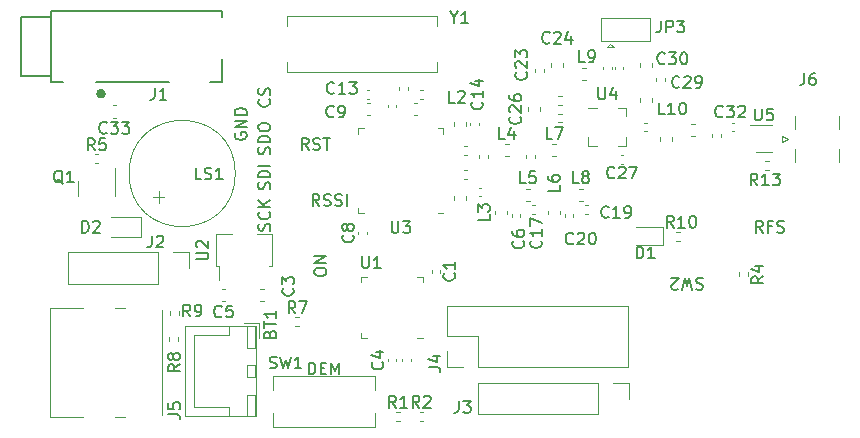
<source format=gbr>
%TF.GenerationSoftware,KiCad,Pcbnew,(6.0.1)*%
%TF.CreationDate,2022-09-15T14:00:08-04:00*%
%TF.ProjectId,bpcw-hardware,62706377-2d68-4617-9264-776172652e6b,rev?*%
%TF.SameCoordinates,Original*%
%TF.FileFunction,Legend,Top*%
%TF.FilePolarity,Positive*%
%FSLAX46Y46*%
G04 Gerber Fmt 4.6, Leading zero omitted, Abs format (unit mm)*
G04 Created by KiCad (PCBNEW (6.0.1)) date 2022-09-15 14:00:08*
%MOMM*%
%LPD*%
G01*
G04 APERTURE LIST*
%ADD10C,0.150000*%
%ADD11C,0.120000*%
%ADD12C,0.127000*%
%ADD13C,0.400000*%
G04 APERTURE END LIST*
D10*
X140869047Y-94952380D02*
X140535714Y-94476190D01*
X140297619Y-94952380D02*
X140297619Y-93952380D01*
X140678571Y-93952380D01*
X140773809Y-94000000D01*
X140821428Y-94047619D01*
X140869047Y-94142857D01*
X140869047Y-94285714D01*
X140821428Y-94380952D01*
X140773809Y-94428571D01*
X140678571Y-94476190D01*
X140297619Y-94476190D01*
X141250000Y-94904761D02*
X141392857Y-94952380D01*
X141630952Y-94952380D01*
X141726190Y-94904761D01*
X141773809Y-94857142D01*
X141821428Y-94761904D01*
X141821428Y-94666666D01*
X141773809Y-94571428D01*
X141726190Y-94523809D01*
X141630952Y-94476190D01*
X141440476Y-94428571D01*
X141345238Y-94380952D01*
X141297619Y-94333333D01*
X141250000Y-94238095D01*
X141250000Y-94142857D01*
X141297619Y-94047619D01*
X141345238Y-94000000D01*
X141440476Y-93952380D01*
X141678571Y-93952380D01*
X141821428Y-94000000D01*
X142202380Y-94904761D02*
X142345238Y-94952380D01*
X142583333Y-94952380D01*
X142678571Y-94904761D01*
X142726190Y-94857142D01*
X142773809Y-94761904D01*
X142773809Y-94666666D01*
X142726190Y-94571428D01*
X142678571Y-94523809D01*
X142583333Y-94476190D01*
X142392857Y-94428571D01*
X142297619Y-94380952D01*
X142250000Y-94333333D01*
X142202380Y-94238095D01*
X142202380Y-94142857D01*
X142250000Y-94047619D01*
X142297619Y-94000000D01*
X142392857Y-93952380D01*
X142630952Y-93952380D01*
X142773809Y-94000000D01*
X143202380Y-94952380D02*
X143202380Y-93952380D01*
X133750000Y-88761904D02*
X133702380Y-88857142D01*
X133702380Y-89000000D01*
X133750000Y-89142857D01*
X133845238Y-89238095D01*
X133940476Y-89285714D01*
X134130952Y-89333333D01*
X134273809Y-89333333D01*
X134464285Y-89285714D01*
X134559523Y-89238095D01*
X134654761Y-89142857D01*
X134702380Y-89000000D01*
X134702380Y-88904761D01*
X134654761Y-88761904D01*
X134607142Y-88714285D01*
X134273809Y-88714285D01*
X134273809Y-88904761D01*
X134702380Y-88285714D02*
X133702380Y-88285714D01*
X134702380Y-87714285D01*
X133702380Y-87714285D01*
X134702380Y-87238095D02*
X133702380Y-87238095D01*
X133702380Y-87000000D01*
X133750000Y-86857142D01*
X133845238Y-86761904D01*
X133940476Y-86714285D01*
X134130952Y-86666666D01*
X134273809Y-86666666D01*
X134464285Y-86714285D01*
X134559523Y-86761904D01*
X134654761Y-86857142D01*
X134702380Y-87000000D01*
X134702380Y-87238095D01*
X139952380Y-90202380D02*
X139619047Y-89726190D01*
X139380952Y-90202380D02*
X139380952Y-89202380D01*
X139761904Y-89202380D01*
X139857142Y-89250000D01*
X139904761Y-89297619D01*
X139952380Y-89392857D01*
X139952380Y-89535714D01*
X139904761Y-89630952D01*
X139857142Y-89678571D01*
X139761904Y-89726190D01*
X139380952Y-89726190D01*
X140333333Y-90154761D02*
X140476190Y-90202380D01*
X140714285Y-90202380D01*
X140809523Y-90154761D01*
X140857142Y-90107142D01*
X140904761Y-90011904D01*
X140904761Y-89916666D01*
X140857142Y-89821428D01*
X140809523Y-89773809D01*
X140714285Y-89726190D01*
X140523809Y-89678571D01*
X140428571Y-89630952D01*
X140380952Y-89583333D01*
X140333333Y-89488095D01*
X140333333Y-89392857D01*
X140380952Y-89297619D01*
X140428571Y-89250000D01*
X140523809Y-89202380D01*
X140761904Y-89202380D01*
X140904761Y-89250000D01*
X141190476Y-89202380D02*
X141761904Y-89202380D01*
X141476190Y-90202380D02*
X141476190Y-89202380D01*
X136654761Y-93523809D02*
X136702380Y-93380952D01*
X136702380Y-93142857D01*
X136654761Y-93047619D01*
X136607142Y-93000000D01*
X136511904Y-92952380D01*
X136416666Y-92952380D01*
X136321428Y-93000000D01*
X136273809Y-93047619D01*
X136226190Y-93142857D01*
X136178571Y-93333333D01*
X136130952Y-93428571D01*
X136083333Y-93476190D01*
X135988095Y-93523809D01*
X135892857Y-93523809D01*
X135797619Y-93476190D01*
X135750000Y-93428571D01*
X135702380Y-93333333D01*
X135702380Y-93095238D01*
X135750000Y-92952380D01*
X136702380Y-92523809D02*
X135702380Y-92523809D01*
X135702380Y-92285714D01*
X135750000Y-92142857D01*
X135845238Y-92047619D01*
X135940476Y-92000000D01*
X136130952Y-91952380D01*
X136273809Y-91952380D01*
X136464285Y-92000000D01*
X136559523Y-92047619D01*
X136654761Y-92142857D01*
X136702380Y-92285714D01*
X136702380Y-92523809D01*
X136702380Y-91523809D02*
X135702380Y-91523809D01*
X136654761Y-97035714D02*
X136702380Y-96892857D01*
X136702380Y-96654761D01*
X136654761Y-96559523D01*
X136607142Y-96511904D01*
X136511904Y-96464285D01*
X136416666Y-96464285D01*
X136321428Y-96511904D01*
X136273809Y-96559523D01*
X136226190Y-96654761D01*
X136178571Y-96845238D01*
X136130952Y-96940476D01*
X136083333Y-96988095D01*
X135988095Y-97035714D01*
X135892857Y-97035714D01*
X135797619Y-96988095D01*
X135750000Y-96940476D01*
X135702380Y-96845238D01*
X135702380Y-96607142D01*
X135750000Y-96464285D01*
X136607142Y-95464285D02*
X136654761Y-95511904D01*
X136702380Y-95654761D01*
X136702380Y-95750000D01*
X136654761Y-95892857D01*
X136559523Y-95988095D01*
X136464285Y-96035714D01*
X136273809Y-96083333D01*
X136130952Y-96083333D01*
X135940476Y-96035714D01*
X135845238Y-95988095D01*
X135750000Y-95892857D01*
X135702380Y-95750000D01*
X135702380Y-95654761D01*
X135750000Y-95511904D01*
X135797619Y-95464285D01*
X136702380Y-95035714D02*
X135702380Y-95035714D01*
X136702380Y-94464285D02*
X136130952Y-94892857D01*
X135702380Y-94464285D02*
X136273809Y-95035714D01*
X136654761Y-90559523D02*
X136702380Y-90416666D01*
X136702380Y-90178571D01*
X136654761Y-90083333D01*
X136607142Y-90035714D01*
X136511904Y-89988095D01*
X136416666Y-89988095D01*
X136321428Y-90035714D01*
X136273809Y-90083333D01*
X136226190Y-90178571D01*
X136178571Y-90369047D01*
X136130952Y-90464285D01*
X136083333Y-90511904D01*
X135988095Y-90559523D01*
X135892857Y-90559523D01*
X135797619Y-90511904D01*
X135750000Y-90464285D01*
X135702380Y-90369047D01*
X135702380Y-90130952D01*
X135750000Y-89988095D01*
X136702380Y-89559523D02*
X135702380Y-89559523D01*
X135702380Y-89321428D01*
X135750000Y-89178571D01*
X135845238Y-89083333D01*
X135940476Y-89035714D01*
X136130952Y-88988095D01*
X136273809Y-88988095D01*
X136464285Y-89035714D01*
X136559523Y-89083333D01*
X136654761Y-89178571D01*
X136702380Y-89321428D01*
X136702380Y-89559523D01*
X135702380Y-88369047D02*
X135702380Y-88178571D01*
X135750000Y-88083333D01*
X135845238Y-87988095D01*
X136035714Y-87940476D01*
X136369047Y-87940476D01*
X136559523Y-87988095D01*
X136654761Y-88083333D01*
X136702380Y-88178571D01*
X136702380Y-88369047D01*
X136654761Y-88464285D01*
X136559523Y-88559523D01*
X136369047Y-88607142D01*
X136035714Y-88607142D01*
X135845238Y-88559523D01*
X135750000Y-88464285D01*
X135702380Y-88369047D01*
X136607142Y-85916666D02*
X136654761Y-85964285D01*
X136702380Y-86107142D01*
X136702380Y-86202380D01*
X136654761Y-86345238D01*
X136559523Y-86440476D01*
X136464285Y-86488095D01*
X136273809Y-86535714D01*
X136130952Y-86535714D01*
X135940476Y-86488095D01*
X135845238Y-86440476D01*
X135750000Y-86345238D01*
X135702380Y-86202380D01*
X135702380Y-86107142D01*
X135750000Y-85964285D01*
X135797619Y-85916666D01*
X136654761Y-85535714D02*
X136702380Y-85392857D01*
X136702380Y-85154761D01*
X136654761Y-85059523D01*
X136607142Y-85011904D01*
X136511904Y-84964285D01*
X136416666Y-84964285D01*
X136321428Y-85011904D01*
X136273809Y-85059523D01*
X136226190Y-85154761D01*
X136178571Y-85345238D01*
X136130952Y-85440476D01*
X136083333Y-85488095D01*
X135988095Y-85535714D01*
X135892857Y-85535714D01*
X135797619Y-85488095D01*
X135750000Y-85440476D01*
X135702380Y-85345238D01*
X135702380Y-85107142D01*
X135750000Y-84964285D01*
X139964285Y-109202380D02*
X139964285Y-108202380D01*
X140202380Y-108202380D01*
X140345238Y-108250000D01*
X140440476Y-108345238D01*
X140488095Y-108440476D01*
X140535714Y-108630952D01*
X140535714Y-108773809D01*
X140488095Y-108964285D01*
X140440476Y-109059523D01*
X140345238Y-109154761D01*
X140202380Y-109202380D01*
X139964285Y-109202380D01*
X140964285Y-108678571D02*
X141297619Y-108678571D01*
X141440476Y-109202380D02*
X140964285Y-109202380D01*
X140964285Y-108202380D01*
X141440476Y-108202380D01*
X141869047Y-109202380D02*
X141869047Y-108202380D01*
X142202380Y-108916666D01*
X142535714Y-108202380D01*
X142535714Y-109202380D01*
X178404761Y-97202380D02*
X178071428Y-96726190D01*
X177833333Y-97202380D02*
X177833333Y-96202380D01*
X178214285Y-96202380D01*
X178309523Y-96250000D01*
X178357142Y-96297619D01*
X178404761Y-96392857D01*
X178404761Y-96535714D01*
X178357142Y-96630952D01*
X178309523Y-96678571D01*
X178214285Y-96726190D01*
X177833333Y-96726190D01*
X179166666Y-96678571D02*
X178833333Y-96678571D01*
X178833333Y-97202380D02*
X178833333Y-96202380D01*
X179309523Y-96202380D01*
X179642857Y-97154761D02*
X179785714Y-97202380D01*
X180023809Y-97202380D01*
X180119047Y-97154761D01*
X180166666Y-97107142D01*
X180214285Y-97011904D01*
X180214285Y-96916666D01*
X180166666Y-96821428D01*
X180119047Y-96773809D01*
X180023809Y-96726190D01*
X179833333Y-96678571D01*
X179738095Y-96630952D01*
X179690476Y-96583333D01*
X179642857Y-96488095D01*
X179642857Y-96392857D01*
X179690476Y-96297619D01*
X179738095Y-96250000D01*
X179833333Y-96202380D01*
X180071428Y-96202380D01*
X180214285Y-96250000D01*
X140452380Y-100619047D02*
X140452380Y-100428571D01*
X140500000Y-100333333D01*
X140595238Y-100238095D01*
X140785714Y-100190476D01*
X141119047Y-100190476D01*
X141309523Y-100238095D01*
X141404761Y-100333333D01*
X141452380Y-100428571D01*
X141452380Y-100619047D01*
X141404761Y-100714285D01*
X141309523Y-100809523D01*
X141119047Y-100857142D01*
X140785714Y-100857142D01*
X140595238Y-100809523D01*
X140500000Y-100714285D01*
X140452380Y-100619047D01*
X141452380Y-99761904D02*
X140452380Y-99761904D01*
X141452380Y-99190476D01*
X140452380Y-99190476D01*
%TO.C,L5*%
X158333333Y-93022380D02*
X157857142Y-93022380D01*
X157857142Y-92022380D01*
X159142857Y-92022380D02*
X158666666Y-92022380D01*
X158619047Y-92498571D01*
X158666666Y-92450952D01*
X158761904Y-92403333D01*
X159000000Y-92403333D01*
X159095238Y-92450952D01*
X159142857Y-92498571D01*
X159190476Y-92593809D01*
X159190476Y-92831904D01*
X159142857Y-92927142D01*
X159095238Y-92974761D01*
X159000000Y-93022380D01*
X158761904Y-93022380D01*
X158666666Y-92974761D01*
X158619047Y-92927142D01*
%TO.C,SW1*%
X136666666Y-108654761D02*
X136809523Y-108702380D01*
X137047619Y-108702380D01*
X137142857Y-108654761D01*
X137190476Y-108607142D01*
X137238095Y-108511904D01*
X137238095Y-108416666D01*
X137190476Y-108321428D01*
X137142857Y-108273809D01*
X137047619Y-108226190D01*
X136857142Y-108178571D01*
X136761904Y-108130952D01*
X136714285Y-108083333D01*
X136666666Y-107988095D01*
X136666666Y-107892857D01*
X136714285Y-107797619D01*
X136761904Y-107750000D01*
X136857142Y-107702380D01*
X137095238Y-107702380D01*
X137238095Y-107750000D01*
X137571428Y-107702380D02*
X137809523Y-108702380D01*
X138000000Y-107988095D01*
X138190476Y-108702380D01*
X138428571Y-107702380D01*
X139333333Y-108702380D02*
X138761904Y-108702380D01*
X139047619Y-108702380D02*
X139047619Y-107702380D01*
X138952380Y-107845238D01*
X138857142Y-107940476D01*
X138761904Y-107988095D01*
%TO.C,LS1*%
X130857142Y-92702380D02*
X130380952Y-92702380D01*
X130380952Y-91702380D01*
X131142857Y-92654761D02*
X131285714Y-92702380D01*
X131523809Y-92702380D01*
X131619047Y-92654761D01*
X131666666Y-92607142D01*
X131714285Y-92511904D01*
X131714285Y-92416666D01*
X131666666Y-92321428D01*
X131619047Y-92273809D01*
X131523809Y-92226190D01*
X131333333Y-92178571D01*
X131238095Y-92130952D01*
X131190476Y-92083333D01*
X131142857Y-91988095D01*
X131142857Y-91892857D01*
X131190476Y-91797619D01*
X131238095Y-91750000D01*
X131333333Y-91702380D01*
X131571428Y-91702380D01*
X131714285Y-91750000D01*
X132666666Y-92702380D02*
X132095238Y-92702380D01*
X132380952Y-92702380D02*
X132380952Y-91702380D01*
X132285714Y-91845238D01*
X132190476Y-91940476D01*
X132095238Y-91988095D01*
%TO.C,C23*%
X158357142Y-83642857D02*
X158404761Y-83690476D01*
X158452380Y-83833333D01*
X158452380Y-83928571D01*
X158404761Y-84071428D01*
X158309523Y-84166666D01*
X158214285Y-84214285D01*
X158023809Y-84261904D01*
X157880952Y-84261904D01*
X157690476Y-84214285D01*
X157595238Y-84166666D01*
X157500000Y-84071428D01*
X157452380Y-83928571D01*
X157452380Y-83833333D01*
X157500000Y-83690476D01*
X157547619Y-83642857D01*
X157547619Y-83261904D02*
X157500000Y-83214285D01*
X157452380Y-83119047D01*
X157452380Y-82880952D01*
X157500000Y-82785714D01*
X157547619Y-82738095D01*
X157642857Y-82690476D01*
X157738095Y-82690476D01*
X157880952Y-82738095D01*
X158452380Y-83309523D01*
X158452380Y-82690476D01*
X157452380Y-82357142D02*
X157452380Y-81738095D01*
X157833333Y-82071428D01*
X157833333Y-81928571D01*
X157880952Y-81833333D01*
X157928571Y-81785714D01*
X158023809Y-81738095D01*
X158261904Y-81738095D01*
X158357142Y-81785714D01*
X158404761Y-81833333D01*
X158452380Y-81928571D01*
X158452380Y-82214285D01*
X158404761Y-82309523D01*
X158357142Y-82357142D01*
%TO.C,C26*%
X157857142Y-87392857D02*
X157904761Y-87440476D01*
X157952380Y-87583333D01*
X157952380Y-87678571D01*
X157904761Y-87821428D01*
X157809523Y-87916666D01*
X157714285Y-87964285D01*
X157523809Y-88011904D01*
X157380952Y-88011904D01*
X157190476Y-87964285D01*
X157095238Y-87916666D01*
X157000000Y-87821428D01*
X156952380Y-87678571D01*
X156952380Y-87583333D01*
X157000000Y-87440476D01*
X157047619Y-87392857D01*
X157047619Y-87011904D02*
X157000000Y-86964285D01*
X156952380Y-86869047D01*
X156952380Y-86630952D01*
X157000000Y-86535714D01*
X157047619Y-86488095D01*
X157142857Y-86440476D01*
X157238095Y-86440476D01*
X157380952Y-86488095D01*
X157952380Y-87059523D01*
X157952380Y-86440476D01*
X156952380Y-85583333D02*
X156952380Y-85773809D01*
X157000000Y-85869047D01*
X157047619Y-85916666D01*
X157190476Y-86011904D01*
X157380952Y-86059523D01*
X157761904Y-86059523D01*
X157857142Y-86011904D01*
X157904761Y-85964285D01*
X157952380Y-85869047D01*
X157952380Y-85678571D01*
X157904761Y-85583333D01*
X157857142Y-85535714D01*
X157761904Y-85488095D01*
X157523809Y-85488095D01*
X157428571Y-85535714D01*
X157380952Y-85583333D01*
X157333333Y-85678571D01*
X157333333Y-85869047D01*
X157380952Y-85964285D01*
X157428571Y-86011904D01*
X157523809Y-86059523D01*
%TO.C,U4*%
X164488095Y-84902380D02*
X164488095Y-85711904D01*
X164535714Y-85807142D01*
X164583333Y-85854761D01*
X164678571Y-85902380D01*
X164869047Y-85902380D01*
X164964285Y-85854761D01*
X165011904Y-85807142D01*
X165059523Y-85711904D01*
X165059523Y-84902380D01*
X165964285Y-85235714D02*
X165964285Y-85902380D01*
X165726190Y-84854761D02*
X165488095Y-85569047D01*
X166107142Y-85569047D01*
%TO.C,R1*%
X147333333Y-112032380D02*
X147000000Y-111556190D01*
X146761904Y-112032380D02*
X146761904Y-111032380D01*
X147142857Y-111032380D01*
X147238095Y-111080000D01*
X147285714Y-111127619D01*
X147333333Y-111222857D01*
X147333333Y-111365714D01*
X147285714Y-111460952D01*
X147238095Y-111508571D01*
X147142857Y-111556190D01*
X146761904Y-111556190D01*
X148285714Y-112032380D02*
X147714285Y-112032380D01*
X148000000Y-112032380D02*
X148000000Y-111032380D01*
X147904761Y-111175238D01*
X147809523Y-111270476D01*
X147714285Y-111318095D01*
%TO.C,C30*%
X170107142Y-82857142D02*
X170059523Y-82904761D01*
X169916666Y-82952380D01*
X169821428Y-82952380D01*
X169678571Y-82904761D01*
X169583333Y-82809523D01*
X169535714Y-82714285D01*
X169488095Y-82523809D01*
X169488095Y-82380952D01*
X169535714Y-82190476D01*
X169583333Y-82095238D01*
X169678571Y-82000000D01*
X169821428Y-81952380D01*
X169916666Y-81952380D01*
X170059523Y-82000000D01*
X170107142Y-82047619D01*
X170440476Y-81952380D02*
X171059523Y-81952380D01*
X170726190Y-82333333D01*
X170869047Y-82333333D01*
X170964285Y-82380952D01*
X171011904Y-82428571D01*
X171059523Y-82523809D01*
X171059523Y-82761904D01*
X171011904Y-82857142D01*
X170964285Y-82904761D01*
X170869047Y-82952380D01*
X170583333Y-82952380D01*
X170488095Y-82904761D01*
X170440476Y-82857142D01*
X171678571Y-81952380D02*
X171773809Y-81952380D01*
X171869047Y-82000000D01*
X171916666Y-82047619D01*
X171964285Y-82142857D01*
X172011904Y-82333333D01*
X172011904Y-82571428D01*
X171964285Y-82761904D01*
X171916666Y-82857142D01*
X171869047Y-82904761D01*
X171773809Y-82952380D01*
X171678571Y-82952380D01*
X171583333Y-82904761D01*
X171535714Y-82857142D01*
X171488095Y-82761904D01*
X171440476Y-82571428D01*
X171440476Y-82333333D01*
X171488095Y-82142857D01*
X171535714Y-82047619D01*
X171583333Y-82000000D01*
X171678571Y-81952380D01*
%TO.C,L8*%
X162833333Y-93022380D02*
X162357142Y-93022380D01*
X162357142Y-92022380D01*
X163309523Y-92450952D02*
X163214285Y-92403333D01*
X163166666Y-92355714D01*
X163119047Y-92260476D01*
X163119047Y-92212857D01*
X163166666Y-92117619D01*
X163214285Y-92070000D01*
X163309523Y-92022380D01*
X163500000Y-92022380D01*
X163595238Y-92070000D01*
X163642857Y-92117619D01*
X163690476Y-92212857D01*
X163690476Y-92260476D01*
X163642857Y-92355714D01*
X163595238Y-92403333D01*
X163500000Y-92450952D01*
X163309523Y-92450952D01*
X163214285Y-92498571D01*
X163166666Y-92546190D01*
X163119047Y-92641428D01*
X163119047Y-92831904D01*
X163166666Y-92927142D01*
X163214285Y-92974761D01*
X163309523Y-93022380D01*
X163500000Y-93022380D01*
X163595238Y-92974761D01*
X163642857Y-92927142D01*
X163690476Y-92831904D01*
X163690476Y-92641428D01*
X163642857Y-92546190D01*
X163595238Y-92498571D01*
X163500000Y-92450952D01*
%TO.C,L9*%
X163333333Y-82772380D02*
X162857142Y-82772380D01*
X162857142Y-81772380D01*
X163714285Y-82772380D02*
X163904761Y-82772380D01*
X164000000Y-82724761D01*
X164047619Y-82677142D01*
X164142857Y-82534285D01*
X164190476Y-82343809D01*
X164190476Y-81962857D01*
X164142857Y-81867619D01*
X164095238Y-81820000D01*
X164000000Y-81772380D01*
X163809523Y-81772380D01*
X163714285Y-81820000D01*
X163666666Y-81867619D01*
X163619047Y-81962857D01*
X163619047Y-82200952D01*
X163666666Y-82296190D01*
X163714285Y-82343809D01*
X163809523Y-82391428D01*
X164000000Y-82391428D01*
X164095238Y-82343809D01*
X164142857Y-82296190D01*
X164190476Y-82200952D01*
%TO.C,U1*%
X144488095Y-99202380D02*
X144488095Y-100011904D01*
X144535714Y-100107142D01*
X144583333Y-100154761D01*
X144678571Y-100202380D01*
X144869047Y-100202380D01*
X144964285Y-100154761D01*
X145011904Y-100107142D01*
X145059523Y-100011904D01*
X145059523Y-99202380D01*
X146059523Y-100202380D02*
X145488095Y-100202380D01*
X145773809Y-100202380D02*
X145773809Y-99202380D01*
X145678571Y-99345238D01*
X145583333Y-99440476D01*
X145488095Y-99488095D01*
%TO.C,BT1*%
X136678571Y-105785714D02*
X136726190Y-105642857D01*
X136773809Y-105595238D01*
X136869047Y-105547619D01*
X137011904Y-105547619D01*
X137107142Y-105595238D01*
X137154761Y-105642857D01*
X137202380Y-105738095D01*
X137202380Y-106119047D01*
X136202380Y-106119047D01*
X136202380Y-105785714D01*
X136250000Y-105690476D01*
X136297619Y-105642857D01*
X136392857Y-105595238D01*
X136488095Y-105595238D01*
X136583333Y-105642857D01*
X136630952Y-105690476D01*
X136678571Y-105785714D01*
X136678571Y-106119047D01*
X136202380Y-105261904D02*
X136202380Y-104690476D01*
X137202380Y-104976190D02*
X136202380Y-104976190D01*
X137202380Y-103833333D02*
X137202380Y-104404761D01*
X137202380Y-104119047D02*
X136202380Y-104119047D01*
X136345238Y-104214285D01*
X136440476Y-104309523D01*
X136488095Y-104404761D01*
%TO.C,C6*%
X158107142Y-97916666D02*
X158154761Y-97964285D01*
X158202380Y-98107142D01*
X158202380Y-98202380D01*
X158154761Y-98345238D01*
X158059523Y-98440476D01*
X157964285Y-98488095D01*
X157773809Y-98535714D01*
X157630952Y-98535714D01*
X157440476Y-98488095D01*
X157345238Y-98440476D01*
X157250000Y-98345238D01*
X157202380Y-98202380D01*
X157202380Y-98107142D01*
X157250000Y-97964285D01*
X157297619Y-97916666D01*
X157202380Y-97059523D02*
X157202380Y-97250000D01*
X157250000Y-97345238D01*
X157297619Y-97392857D01*
X157440476Y-97488095D01*
X157630952Y-97535714D01*
X158011904Y-97535714D01*
X158107142Y-97488095D01*
X158154761Y-97440476D01*
X158202380Y-97345238D01*
X158202380Y-97154761D01*
X158154761Y-97059523D01*
X158107142Y-97011904D01*
X158011904Y-96964285D01*
X157773809Y-96964285D01*
X157678571Y-97011904D01*
X157630952Y-97059523D01*
X157583333Y-97154761D01*
X157583333Y-97345238D01*
X157630952Y-97440476D01*
X157678571Y-97488095D01*
X157773809Y-97535714D01*
%TO.C,J2*%
X126666666Y-97452380D02*
X126666666Y-98166666D01*
X126619047Y-98309523D01*
X126523809Y-98404761D01*
X126380952Y-98452380D01*
X126285714Y-98452380D01*
X127095238Y-97547619D02*
X127142857Y-97500000D01*
X127238095Y-97452380D01*
X127476190Y-97452380D01*
X127571428Y-97500000D01*
X127619047Y-97547619D01*
X127666666Y-97642857D01*
X127666666Y-97738095D01*
X127619047Y-97880952D01*
X127047619Y-98452380D01*
X127666666Y-98452380D01*
%TO.C,L3*%
X155272380Y-95666666D02*
X155272380Y-96142857D01*
X154272380Y-96142857D01*
X154272380Y-95428571D02*
X154272380Y-94809523D01*
X154653333Y-95142857D01*
X154653333Y-95000000D01*
X154700952Y-94904761D01*
X154748571Y-94857142D01*
X154843809Y-94809523D01*
X155081904Y-94809523D01*
X155177142Y-94857142D01*
X155224761Y-94904761D01*
X155272380Y-95000000D01*
X155272380Y-95285714D01*
X155224761Y-95380952D01*
X155177142Y-95428571D01*
%TO.C,C1*%
X152267142Y-100646666D02*
X152314761Y-100694285D01*
X152362380Y-100837142D01*
X152362380Y-100932380D01*
X152314761Y-101075238D01*
X152219523Y-101170476D01*
X152124285Y-101218095D01*
X151933809Y-101265714D01*
X151790952Y-101265714D01*
X151600476Y-101218095D01*
X151505238Y-101170476D01*
X151410000Y-101075238D01*
X151362380Y-100932380D01*
X151362380Y-100837142D01*
X151410000Y-100694285D01*
X151457619Y-100646666D01*
X152362380Y-99694285D02*
X152362380Y-100265714D01*
X152362380Y-99980000D02*
X151362380Y-99980000D01*
X151505238Y-100075238D01*
X151600476Y-100170476D01*
X151648095Y-100265714D01*
%TO.C,J1*%
X126916039Y-84951350D02*
X126916039Y-85666980D01*
X126868330Y-85810106D01*
X126772913Y-85905523D01*
X126629787Y-85953232D01*
X126534370Y-85953232D01*
X127917921Y-85953232D02*
X127345417Y-85953232D01*
X127631669Y-85953232D02*
X127631669Y-84951350D01*
X127536252Y-85094476D01*
X127440834Y-85189893D01*
X127345417Y-85237602D01*
%TO.C,C4*%
X146197142Y-108166666D02*
X146244761Y-108214285D01*
X146292380Y-108357142D01*
X146292380Y-108452380D01*
X146244761Y-108595238D01*
X146149523Y-108690476D01*
X146054285Y-108738095D01*
X145863809Y-108785714D01*
X145720952Y-108785714D01*
X145530476Y-108738095D01*
X145435238Y-108690476D01*
X145340000Y-108595238D01*
X145292380Y-108452380D01*
X145292380Y-108357142D01*
X145340000Y-108214285D01*
X145387619Y-108166666D01*
X145625714Y-107309523D02*
X146292380Y-107309523D01*
X145244761Y-107547619D02*
X145959047Y-107785714D01*
X145959047Y-107166666D01*
%TO.C,C32*%
X175007142Y-87357142D02*
X174959523Y-87404761D01*
X174816666Y-87452380D01*
X174721428Y-87452380D01*
X174578571Y-87404761D01*
X174483333Y-87309523D01*
X174435714Y-87214285D01*
X174388095Y-87023809D01*
X174388095Y-86880952D01*
X174435714Y-86690476D01*
X174483333Y-86595238D01*
X174578571Y-86500000D01*
X174721428Y-86452380D01*
X174816666Y-86452380D01*
X174959523Y-86500000D01*
X175007142Y-86547619D01*
X175340476Y-86452380D02*
X175959523Y-86452380D01*
X175626190Y-86833333D01*
X175769047Y-86833333D01*
X175864285Y-86880952D01*
X175911904Y-86928571D01*
X175959523Y-87023809D01*
X175959523Y-87261904D01*
X175911904Y-87357142D01*
X175864285Y-87404761D01*
X175769047Y-87452380D01*
X175483333Y-87452380D01*
X175388095Y-87404761D01*
X175340476Y-87357142D01*
X176340476Y-86547619D02*
X176388095Y-86500000D01*
X176483333Y-86452380D01*
X176721428Y-86452380D01*
X176816666Y-86500000D01*
X176864285Y-86547619D01*
X176911904Y-86642857D01*
X176911904Y-86738095D01*
X176864285Y-86880952D01*
X176292857Y-87452380D01*
X176911904Y-87452380D01*
%TO.C,Q1*%
X119154761Y-93047619D02*
X119059523Y-93000000D01*
X118964285Y-92904761D01*
X118821428Y-92761904D01*
X118726190Y-92714285D01*
X118630952Y-92714285D01*
X118678571Y-92952380D02*
X118583333Y-92904761D01*
X118488095Y-92809523D01*
X118440476Y-92619047D01*
X118440476Y-92285714D01*
X118488095Y-92095238D01*
X118583333Y-92000000D01*
X118678571Y-91952380D01*
X118869047Y-91952380D01*
X118964285Y-92000000D01*
X119059523Y-92095238D01*
X119107142Y-92285714D01*
X119107142Y-92619047D01*
X119059523Y-92809523D01*
X118964285Y-92904761D01*
X118869047Y-92952380D01*
X118678571Y-92952380D01*
X120059523Y-92952380D02*
X119488095Y-92952380D01*
X119773809Y-92952380D02*
X119773809Y-91952380D01*
X119678571Y-92095238D01*
X119583333Y-92190476D01*
X119488095Y-92238095D01*
%TO.C,C19*%
X165357142Y-95857142D02*
X165309523Y-95904761D01*
X165166666Y-95952380D01*
X165071428Y-95952380D01*
X164928571Y-95904761D01*
X164833333Y-95809523D01*
X164785714Y-95714285D01*
X164738095Y-95523809D01*
X164738095Y-95380952D01*
X164785714Y-95190476D01*
X164833333Y-95095238D01*
X164928571Y-95000000D01*
X165071428Y-94952380D01*
X165166666Y-94952380D01*
X165309523Y-95000000D01*
X165357142Y-95047619D01*
X166309523Y-95952380D02*
X165738095Y-95952380D01*
X166023809Y-95952380D02*
X166023809Y-94952380D01*
X165928571Y-95095238D01*
X165833333Y-95190476D01*
X165738095Y-95238095D01*
X166785714Y-95952380D02*
X166976190Y-95952380D01*
X167071428Y-95904761D01*
X167119047Y-95857142D01*
X167214285Y-95714285D01*
X167261904Y-95523809D01*
X167261904Y-95142857D01*
X167214285Y-95047619D01*
X167166666Y-95000000D01*
X167071428Y-94952380D01*
X166880952Y-94952380D01*
X166785714Y-95000000D01*
X166738095Y-95047619D01*
X166690476Y-95142857D01*
X166690476Y-95380952D01*
X166738095Y-95476190D01*
X166785714Y-95523809D01*
X166880952Y-95571428D01*
X167071428Y-95571428D01*
X167166666Y-95523809D01*
X167214285Y-95476190D01*
X167261904Y-95380952D01*
%TO.C,Y1*%
X152273809Y-78976190D02*
X152273809Y-79452380D01*
X151940476Y-78452380D02*
X152273809Y-78976190D01*
X152607142Y-78452380D01*
X153464285Y-79452380D02*
X152892857Y-79452380D01*
X153178571Y-79452380D02*
X153178571Y-78452380D01*
X153083333Y-78595238D01*
X152988095Y-78690476D01*
X152892857Y-78738095D01*
%TO.C,D2*%
X120761904Y-97202380D02*
X120761904Y-96202380D01*
X121000000Y-96202380D01*
X121142857Y-96250000D01*
X121238095Y-96345238D01*
X121285714Y-96440476D01*
X121333333Y-96630952D01*
X121333333Y-96773809D01*
X121285714Y-96964285D01*
X121238095Y-97059523D01*
X121142857Y-97154761D01*
X121000000Y-97202380D01*
X120761904Y-97202380D01*
X121714285Y-96297619D02*
X121761904Y-96250000D01*
X121857142Y-96202380D01*
X122095238Y-96202380D01*
X122190476Y-96250000D01*
X122238095Y-96297619D01*
X122285714Y-96392857D01*
X122285714Y-96488095D01*
X122238095Y-96630952D01*
X121666666Y-97202380D01*
X122285714Y-97202380D01*
%TO.C,C27*%
X165837142Y-92517142D02*
X165789523Y-92564761D01*
X165646666Y-92612380D01*
X165551428Y-92612380D01*
X165408571Y-92564761D01*
X165313333Y-92469523D01*
X165265714Y-92374285D01*
X165218095Y-92183809D01*
X165218095Y-92040952D01*
X165265714Y-91850476D01*
X165313333Y-91755238D01*
X165408571Y-91660000D01*
X165551428Y-91612380D01*
X165646666Y-91612380D01*
X165789523Y-91660000D01*
X165837142Y-91707619D01*
X166218095Y-91707619D02*
X166265714Y-91660000D01*
X166360952Y-91612380D01*
X166599047Y-91612380D01*
X166694285Y-91660000D01*
X166741904Y-91707619D01*
X166789523Y-91802857D01*
X166789523Y-91898095D01*
X166741904Y-92040952D01*
X166170476Y-92612380D01*
X166789523Y-92612380D01*
X167122857Y-91612380D02*
X167789523Y-91612380D01*
X167360952Y-92612380D01*
%TO.C,C33*%
X122857142Y-88737142D02*
X122809523Y-88784761D01*
X122666666Y-88832380D01*
X122571428Y-88832380D01*
X122428571Y-88784761D01*
X122333333Y-88689523D01*
X122285714Y-88594285D01*
X122238095Y-88403809D01*
X122238095Y-88260952D01*
X122285714Y-88070476D01*
X122333333Y-87975238D01*
X122428571Y-87880000D01*
X122571428Y-87832380D01*
X122666666Y-87832380D01*
X122809523Y-87880000D01*
X122857142Y-87927619D01*
X123190476Y-87832380D02*
X123809523Y-87832380D01*
X123476190Y-88213333D01*
X123619047Y-88213333D01*
X123714285Y-88260952D01*
X123761904Y-88308571D01*
X123809523Y-88403809D01*
X123809523Y-88641904D01*
X123761904Y-88737142D01*
X123714285Y-88784761D01*
X123619047Y-88832380D01*
X123333333Y-88832380D01*
X123238095Y-88784761D01*
X123190476Y-88737142D01*
X124142857Y-87832380D02*
X124761904Y-87832380D01*
X124428571Y-88213333D01*
X124571428Y-88213333D01*
X124666666Y-88260952D01*
X124714285Y-88308571D01*
X124761904Y-88403809D01*
X124761904Y-88641904D01*
X124714285Y-88737142D01*
X124666666Y-88784761D01*
X124571428Y-88832380D01*
X124285714Y-88832380D01*
X124190476Y-88784761D01*
X124142857Y-88737142D01*
%TO.C,R10*%
X170857142Y-96782380D02*
X170523809Y-96306190D01*
X170285714Y-96782380D02*
X170285714Y-95782380D01*
X170666666Y-95782380D01*
X170761904Y-95830000D01*
X170809523Y-95877619D01*
X170857142Y-95972857D01*
X170857142Y-96115714D01*
X170809523Y-96210952D01*
X170761904Y-96258571D01*
X170666666Y-96306190D01*
X170285714Y-96306190D01*
X171809523Y-96782380D02*
X171238095Y-96782380D01*
X171523809Y-96782380D02*
X171523809Y-95782380D01*
X171428571Y-95925238D01*
X171333333Y-96020476D01*
X171238095Y-96068095D01*
X172428571Y-95782380D02*
X172523809Y-95782380D01*
X172619047Y-95830000D01*
X172666666Y-95877619D01*
X172714285Y-95972857D01*
X172761904Y-96163333D01*
X172761904Y-96401428D01*
X172714285Y-96591904D01*
X172666666Y-96687142D01*
X172619047Y-96734761D01*
X172523809Y-96782380D01*
X172428571Y-96782380D01*
X172333333Y-96734761D01*
X172285714Y-96687142D01*
X172238095Y-96591904D01*
X172190476Y-96401428D01*
X172190476Y-96163333D01*
X172238095Y-95972857D01*
X172285714Y-95877619D01*
X172333333Y-95830000D01*
X172428571Y-95782380D01*
%TO.C,U5*%
X177738095Y-86702380D02*
X177738095Y-87511904D01*
X177785714Y-87607142D01*
X177833333Y-87654761D01*
X177928571Y-87702380D01*
X178119047Y-87702380D01*
X178214285Y-87654761D01*
X178261904Y-87607142D01*
X178309523Y-87511904D01*
X178309523Y-86702380D01*
X179261904Y-86702380D02*
X178785714Y-86702380D01*
X178738095Y-87178571D01*
X178785714Y-87130952D01*
X178880952Y-87083333D01*
X179119047Y-87083333D01*
X179214285Y-87130952D01*
X179261904Y-87178571D01*
X179309523Y-87273809D01*
X179309523Y-87511904D01*
X179261904Y-87607142D01*
X179214285Y-87654761D01*
X179119047Y-87702380D01*
X178880952Y-87702380D01*
X178785714Y-87654761D01*
X178738095Y-87607142D01*
%TO.C,J6*%
X181916666Y-83702380D02*
X181916666Y-84416666D01*
X181869047Y-84559523D01*
X181773809Y-84654761D01*
X181630952Y-84702380D01*
X181535714Y-84702380D01*
X182821428Y-83702380D02*
X182630952Y-83702380D01*
X182535714Y-83750000D01*
X182488095Y-83797619D01*
X182392857Y-83940476D01*
X182345238Y-84130952D01*
X182345238Y-84511904D01*
X182392857Y-84607142D01*
X182440476Y-84654761D01*
X182535714Y-84702380D01*
X182726190Y-84702380D01*
X182821428Y-84654761D01*
X182869047Y-84607142D01*
X182916666Y-84511904D01*
X182916666Y-84273809D01*
X182869047Y-84178571D01*
X182821428Y-84130952D01*
X182726190Y-84083333D01*
X182535714Y-84083333D01*
X182440476Y-84130952D01*
X182392857Y-84178571D01*
X182345238Y-84273809D01*
%TO.C,L2*%
X152333333Y-86202380D02*
X151857142Y-86202380D01*
X151857142Y-85202380D01*
X152619047Y-85297619D02*
X152666666Y-85250000D01*
X152761904Y-85202380D01*
X153000000Y-85202380D01*
X153095238Y-85250000D01*
X153142857Y-85297619D01*
X153190476Y-85392857D01*
X153190476Y-85488095D01*
X153142857Y-85630952D01*
X152571428Y-86202380D01*
X153190476Y-86202380D01*
%TO.C,R9*%
X129933333Y-104298739D02*
X129600000Y-103822549D01*
X129361904Y-104298739D02*
X129361904Y-103298739D01*
X129742857Y-103298739D01*
X129838095Y-103346359D01*
X129885714Y-103393978D01*
X129933333Y-103489216D01*
X129933333Y-103632073D01*
X129885714Y-103727311D01*
X129838095Y-103774930D01*
X129742857Y-103822549D01*
X129361904Y-103822549D01*
X130409523Y-104298739D02*
X130600000Y-104298739D01*
X130695238Y-104251120D01*
X130742857Y-104203501D01*
X130838095Y-104060644D01*
X130885714Y-103870168D01*
X130885714Y-103489216D01*
X130838095Y-103393978D01*
X130790476Y-103346359D01*
X130695238Y-103298739D01*
X130504761Y-103298739D01*
X130409523Y-103346359D01*
X130361904Y-103393978D01*
X130314285Y-103489216D01*
X130314285Y-103727311D01*
X130361904Y-103822549D01*
X130409523Y-103870168D01*
X130504761Y-103917787D01*
X130695238Y-103917787D01*
X130790476Y-103870168D01*
X130838095Y-103822549D01*
X130885714Y-103727311D01*
%TO.C,L7*%
X160583333Y-89272380D02*
X160107142Y-89272380D01*
X160107142Y-88272380D01*
X160821428Y-88272380D02*
X161488095Y-88272380D01*
X161059523Y-89272380D01*
%TO.C,C5*%
X132583333Y-104287142D02*
X132535714Y-104334761D01*
X132392857Y-104382380D01*
X132297619Y-104382380D01*
X132154761Y-104334761D01*
X132059523Y-104239523D01*
X132011904Y-104144285D01*
X131964285Y-103953809D01*
X131964285Y-103810952D01*
X132011904Y-103620476D01*
X132059523Y-103525238D01*
X132154761Y-103430000D01*
X132297619Y-103382380D01*
X132392857Y-103382380D01*
X132535714Y-103430000D01*
X132583333Y-103477619D01*
X133488095Y-103382380D02*
X133011904Y-103382380D01*
X132964285Y-103858571D01*
X133011904Y-103810952D01*
X133107142Y-103763333D01*
X133345238Y-103763333D01*
X133440476Y-103810952D01*
X133488095Y-103858571D01*
X133535714Y-103953809D01*
X133535714Y-104191904D01*
X133488095Y-104287142D01*
X133440476Y-104334761D01*
X133345238Y-104382380D01*
X133107142Y-104382380D01*
X133011904Y-104334761D01*
X132964285Y-104287142D01*
%TO.C,R7*%
X138833333Y-104032380D02*
X138500000Y-103556190D01*
X138261904Y-104032380D02*
X138261904Y-103032380D01*
X138642857Y-103032380D01*
X138738095Y-103080000D01*
X138785714Y-103127619D01*
X138833333Y-103222857D01*
X138833333Y-103365714D01*
X138785714Y-103460952D01*
X138738095Y-103508571D01*
X138642857Y-103556190D01*
X138261904Y-103556190D01*
X139166666Y-103032380D02*
X139833333Y-103032380D01*
X139404761Y-104032380D01*
%TO.C,C24*%
X160357142Y-81107142D02*
X160309523Y-81154761D01*
X160166666Y-81202380D01*
X160071428Y-81202380D01*
X159928571Y-81154761D01*
X159833333Y-81059523D01*
X159785714Y-80964285D01*
X159738095Y-80773809D01*
X159738095Y-80630952D01*
X159785714Y-80440476D01*
X159833333Y-80345238D01*
X159928571Y-80250000D01*
X160071428Y-80202380D01*
X160166666Y-80202380D01*
X160309523Y-80250000D01*
X160357142Y-80297619D01*
X160738095Y-80297619D02*
X160785714Y-80250000D01*
X160880952Y-80202380D01*
X161119047Y-80202380D01*
X161214285Y-80250000D01*
X161261904Y-80297619D01*
X161309523Y-80392857D01*
X161309523Y-80488095D01*
X161261904Y-80630952D01*
X160690476Y-81202380D01*
X161309523Y-81202380D01*
X162166666Y-80535714D02*
X162166666Y-81202380D01*
X161928571Y-80154761D02*
X161690476Y-80869047D01*
X162309523Y-80869047D01*
%TO.C,C17*%
X159607142Y-97892857D02*
X159654761Y-97940476D01*
X159702380Y-98083333D01*
X159702380Y-98178571D01*
X159654761Y-98321428D01*
X159559523Y-98416666D01*
X159464285Y-98464285D01*
X159273809Y-98511904D01*
X159130952Y-98511904D01*
X158940476Y-98464285D01*
X158845238Y-98416666D01*
X158750000Y-98321428D01*
X158702380Y-98178571D01*
X158702380Y-98083333D01*
X158750000Y-97940476D01*
X158797619Y-97892857D01*
X159702380Y-96940476D02*
X159702380Y-97511904D01*
X159702380Y-97226190D02*
X158702380Y-97226190D01*
X158845238Y-97321428D01*
X158940476Y-97416666D01*
X158988095Y-97511904D01*
X158702380Y-96607142D02*
X158702380Y-95940476D01*
X159702380Y-96369047D01*
%TO.C,L4*%
X156583333Y-89272380D02*
X156107142Y-89272380D01*
X156107142Y-88272380D01*
X157345238Y-88605714D02*
X157345238Y-89272380D01*
X157107142Y-88224761D02*
X156869047Y-88939047D01*
X157488095Y-88939047D01*
%TO.C,R2*%
X149333333Y-112032380D02*
X149000000Y-111556190D01*
X148761904Y-112032380D02*
X148761904Y-111032380D01*
X149142857Y-111032380D01*
X149238095Y-111080000D01*
X149285714Y-111127619D01*
X149333333Y-111222857D01*
X149333333Y-111365714D01*
X149285714Y-111460952D01*
X149238095Y-111508571D01*
X149142857Y-111556190D01*
X148761904Y-111556190D01*
X149714285Y-111127619D02*
X149761904Y-111080000D01*
X149857142Y-111032380D01*
X150095238Y-111032380D01*
X150190476Y-111080000D01*
X150238095Y-111127619D01*
X150285714Y-111222857D01*
X150285714Y-111318095D01*
X150238095Y-111460952D01*
X149666666Y-112032380D01*
X150285714Y-112032380D01*
%TO.C,R8*%
X129052380Y-108366666D02*
X128576190Y-108700000D01*
X129052380Y-108938095D02*
X128052380Y-108938095D01*
X128052380Y-108557142D01*
X128100000Y-108461904D01*
X128147619Y-108414285D01*
X128242857Y-108366666D01*
X128385714Y-108366666D01*
X128480952Y-108414285D01*
X128528571Y-108461904D01*
X128576190Y-108557142D01*
X128576190Y-108938095D01*
X128480952Y-107795238D02*
X128433333Y-107890476D01*
X128385714Y-107938095D01*
X128290476Y-107985714D01*
X128242857Y-107985714D01*
X128147619Y-107938095D01*
X128100000Y-107890476D01*
X128052380Y-107795238D01*
X128052380Y-107604761D01*
X128100000Y-107509523D01*
X128147619Y-107461904D01*
X128242857Y-107414285D01*
X128290476Y-107414285D01*
X128385714Y-107461904D01*
X128433333Y-107509523D01*
X128480952Y-107604761D01*
X128480952Y-107795238D01*
X128528571Y-107890476D01*
X128576190Y-107938095D01*
X128671428Y-107985714D01*
X128861904Y-107985714D01*
X128957142Y-107938095D01*
X129004761Y-107890476D01*
X129052380Y-107795238D01*
X129052380Y-107604761D01*
X129004761Y-107509523D01*
X128957142Y-107461904D01*
X128861904Y-107414285D01*
X128671428Y-107414285D01*
X128576190Y-107461904D01*
X128528571Y-107509523D01*
X128480952Y-107604761D01*
%TO.C,J4*%
X150122380Y-108583333D02*
X150836666Y-108583333D01*
X150979523Y-108630952D01*
X151074761Y-108726190D01*
X151122380Y-108869047D01*
X151122380Y-108964285D01*
X150455714Y-107678571D02*
X151122380Y-107678571D01*
X150074761Y-107916666D02*
X150789047Y-108154761D01*
X150789047Y-107535714D01*
%TO.C,R5*%
X121833333Y-90232380D02*
X121500000Y-89756190D01*
X121261904Y-90232380D02*
X121261904Y-89232380D01*
X121642857Y-89232380D01*
X121738095Y-89280000D01*
X121785714Y-89327619D01*
X121833333Y-89422857D01*
X121833333Y-89565714D01*
X121785714Y-89660952D01*
X121738095Y-89708571D01*
X121642857Y-89756190D01*
X121261904Y-89756190D01*
X122738095Y-89232380D02*
X122261904Y-89232380D01*
X122214285Y-89708571D01*
X122261904Y-89660952D01*
X122357142Y-89613333D01*
X122595238Y-89613333D01*
X122690476Y-89660952D01*
X122738095Y-89708571D01*
X122785714Y-89803809D01*
X122785714Y-90041904D01*
X122738095Y-90137142D01*
X122690476Y-90184761D01*
X122595238Y-90232380D01*
X122357142Y-90232380D01*
X122261904Y-90184761D01*
X122214285Y-90137142D01*
%TO.C,L10*%
X170107142Y-87202380D02*
X169630952Y-87202380D01*
X169630952Y-86202380D01*
X170964285Y-87202380D02*
X170392857Y-87202380D01*
X170678571Y-87202380D02*
X170678571Y-86202380D01*
X170583333Y-86345238D01*
X170488095Y-86440476D01*
X170392857Y-86488095D01*
X171583333Y-86202380D02*
X171678571Y-86202380D01*
X171773809Y-86250000D01*
X171821428Y-86297619D01*
X171869047Y-86392857D01*
X171916666Y-86583333D01*
X171916666Y-86821428D01*
X171869047Y-87011904D01*
X171821428Y-87107142D01*
X171773809Y-87154761D01*
X171678571Y-87202380D01*
X171583333Y-87202380D01*
X171488095Y-87154761D01*
X171440476Y-87107142D01*
X171392857Y-87011904D01*
X171345238Y-86821428D01*
X171345238Y-86583333D01*
X171392857Y-86392857D01*
X171440476Y-86297619D01*
X171488095Y-86250000D01*
X171583333Y-86202380D01*
%TO.C,U3*%
X146988095Y-96222380D02*
X146988095Y-97031904D01*
X147035714Y-97127142D01*
X147083333Y-97174761D01*
X147178571Y-97222380D01*
X147369047Y-97222380D01*
X147464285Y-97174761D01*
X147511904Y-97127142D01*
X147559523Y-97031904D01*
X147559523Y-96222380D01*
X147940476Y-96222380D02*
X148559523Y-96222380D01*
X148226190Y-96603333D01*
X148369047Y-96603333D01*
X148464285Y-96650952D01*
X148511904Y-96698571D01*
X148559523Y-96793809D01*
X148559523Y-97031904D01*
X148511904Y-97127142D01*
X148464285Y-97174761D01*
X148369047Y-97222380D01*
X148083333Y-97222380D01*
X147988095Y-97174761D01*
X147940476Y-97127142D01*
%TO.C,D1*%
X167724404Y-99382380D02*
X167724404Y-98382380D01*
X167962500Y-98382380D01*
X168105357Y-98430000D01*
X168200595Y-98525238D01*
X168248214Y-98620476D01*
X168295833Y-98810952D01*
X168295833Y-98953809D01*
X168248214Y-99144285D01*
X168200595Y-99239523D01*
X168105357Y-99334761D01*
X167962500Y-99382380D01*
X167724404Y-99382380D01*
X169248214Y-99382380D02*
X168676785Y-99382380D01*
X168962500Y-99382380D02*
X168962500Y-98382380D01*
X168867261Y-98525238D01*
X168772023Y-98620476D01*
X168676785Y-98668095D01*
%TO.C,J3*%
X152666666Y-111452380D02*
X152666666Y-112166666D01*
X152619047Y-112309523D01*
X152523809Y-112404761D01*
X152380952Y-112452380D01*
X152285714Y-112452380D01*
X153047619Y-111452380D02*
X153666666Y-111452380D01*
X153333333Y-111833333D01*
X153476190Y-111833333D01*
X153571428Y-111880952D01*
X153619047Y-111928571D01*
X153666666Y-112023809D01*
X153666666Y-112261904D01*
X153619047Y-112357142D01*
X153571428Y-112404761D01*
X153476190Y-112452380D01*
X153190476Y-112452380D01*
X153095238Y-112404761D01*
X153047619Y-112357142D01*
%TO.C,U2*%
X130452380Y-99461904D02*
X131261904Y-99461904D01*
X131357142Y-99414285D01*
X131404761Y-99366666D01*
X131452380Y-99271428D01*
X131452380Y-99080952D01*
X131404761Y-98985714D01*
X131357142Y-98938095D01*
X131261904Y-98890476D01*
X130452380Y-98890476D01*
X130547619Y-98461904D02*
X130500000Y-98414285D01*
X130452380Y-98319047D01*
X130452380Y-98080952D01*
X130500000Y-97985714D01*
X130547619Y-97938095D01*
X130642857Y-97890476D01*
X130738095Y-97890476D01*
X130880952Y-97938095D01*
X131452380Y-98509523D01*
X131452380Y-97890476D01*
%TO.C,C14*%
X154607142Y-86142857D02*
X154654761Y-86190476D01*
X154702380Y-86333333D01*
X154702380Y-86428571D01*
X154654761Y-86571428D01*
X154559523Y-86666666D01*
X154464285Y-86714285D01*
X154273809Y-86761904D01*
X154130952Y-86761904D01*
X153940476Y-86714285D01*
X153845238Y-86666666D01*
X153750000Y-86571428D01*
X153702380Y-86428571D01*
X153702380Y-86333333D01*
X153750000Y-86190476D01*
X153797619Y-86142857D01*
X154702380Y-85190476D02*
X154702380Y-85761904D01*
X154702380Y-85476190D02*
X153702380Y-85476190D01*
X153845238Y-85571428D01*
X153940476Y-85666666D01*
X153988095Y-85761904D01*
X154035714Y-84333333D02*
X154702380Y-84333333D01*
X153654761Y-84571428D02*
X154369047Y-84809523D01*
X154369047Y-84190476D01*
%TO.C,L6*%
X161202380Y-93166666D02*
X161202380Y-93642857D01*
X160202380Y-93642857D01*
X160202380Y-92404761D02*
X160202380Y-92595238D01*
X160250000Y-92690476D01*
X160297619Y-92738095D01*
X160440476Y-92833333D01*
X160630952Y-92880952D01*
X161011904Y-92880952D01*
X161107142Y-92833333D01*
X161154761Y-92785714D01*
X161202380Y-92690476D01*
X161202380Y-92500000D01*
X161154761Y-92404761D01*
X161107142Y-92357142D01*
X161011904Y-92309523D01*
X160773809Y-92309523D01*
X160678571Y-92357142D01*
X160630952Y-92404761D01*
X160583333Y-92500000D01*
X160583333Y-92690476D01*
X160630952Y-92785714D01*
X160678571Y-92833333D01*
X160773809Y-92880952D01*
%TO.C,C8*%
X143697142Y-97416666D02*
X143744761Y-97464285D01*
X143792380Y-97607142D01*
X143792380Y-97702380D01*
X143744761Y-97845238D01*
X143649523Y-97940476D01*
X143554285Y-97988095D01*
X143363809Y-98035714D01*
X143220952Y-98035714D01*
X143030476Y-97988095D01*
X142935238Y-97940476D01*
X142840000Y-97845238D01*
X142792380Y-97702380D01*
X142792380Y-97607142D01*
X142840000Y-97464285D01*
X142887619Y-97416666D01*
X143220952Y-96845238D02*
X143173333Y-96940476D01*
X143125714Y-96988095D01*
X143030476Y-97035714D01*
X142982857Y-97035714D01*
X142887619Y-96988095D01*
X142840000Y-96940476D01*
X142792380Y-96845238D01*
X142792380Y-96654761D01*
X142840000Y-96559523D01*
X142887619Y-96511904D01*
X142982857Y-96464285D01*
X143030476Y-96464285D01*
X143125714Y-96511904D01*
X143173333Y-96559523D01*
X143220952Y-96654761D01*
X143220952Y-96845238D01*
X143268571Y-96940476D01*
X143316190Y-96988095D01*
X143411428Y-97035714D01*
X143601904Y-97035714D01*
X143697142Y-96988095D01*
X143744761Y-96940476D01*
X143792380Y-96845238D01*
X143792380Y-96654761D01*
X143744761Y-96559523D01*
X143697142Y-96511904D01*
X143601904Y-96464285D01*
X143411428Y-96464285D01*
X143316190Y-96511904D01*
X143268571Y-96559523D01*
X143220952Y-96654761D01*
%TO.C,C3*%
X138607142Y-101916666D02*
X138654761Y-101964285D01*
X138702380Y-102107142D01*
X138702380Y-102202380D01*
X138654761Y-102345238D01*
X138559523Y-102440476D01*
X138464285Y-102488095D01*
X138273809Y-102535714D01*
X138130952Y-102535714D01*
X137940476Y-102488095D01*
X137845238Y-102440476D01*
X137750000Y-102345238D01*
X137702380Y-102202380D01*
X137702380Y-102107142D01*
X137750000Y-101964285D01*
X137797619Y-101916666D01*
X137702380Y-101583333D02*
X137702380Y-100964285D01*
X138083333Y-101297619D01*
X138083333Y-101154761D01*
X138130952Y-101059523D01*
X138178571Y-101011904D01*
X138273809Y-100964285D01*
X138511904Y-100964285D01*
X138607142Y-101011904D01*
X138654761Y-101059523D01*
X138702380Y-101154761D01*
X138702380Y-101440476D01*
X138654761Y-101535714D01*
X138607142Y-101583333D01*
%TO.C,C9*%
X142083333Y-87357142D02*
X142035714Y-87404761D01*
X141892857Y-87452380D01*
X141797619Y-87452380D01*
X141654761Y-87404761D01*
X141559523Y-87309523D01*
X141511904Y-87214285D01*
X141464285Y-87023809D01*
X141464285Y-86880952D01*
X141511904Y-86690476D01*
X141559523Y-86595238D01*
X141654761Y-86500000D01*
X141797619Y-86452380D01*
X141892857Y-86452380D01*
X142035714Y-86500000D01*
X142083333Y-86547619D01*
X142559523Y-87452380D02*
X142750000Y-87452380D01*
X142845238Y-87404761D01*
X142892857Y-87357142D01*
X142988095Y-87214285D01*
X143035714Y-87023809D01*
X143035714Y-86642857D01*
X142988095Y-86547619D01*
X142940476Y-86500000D01*
X142845238Y-86452380D01*
X142654761Y-86452380D01*
X142559523Y-86500000D01*
X142511904Y-86547619D01*
X142464285Y-86642857D01*
X142464285Y-86880952D01*
X142511904Y-86976190D01*
X142559523Y-87023809D01*
X142654761Y-87071428D01*
X142845238Y-87071428D01*
X142940476Y-87023809D01*
X142988095Y-86976190D01*
X143035714Y-86880952D01*
%TO.C,C20*%
X162357142Y-98107142D02*
X162309523Y-98154761D01*
X162166666Y-98202380D01*
X162071428Y-98202380D01*
X161928571Y-98154761D01*
X161833333Y-98059523D01*
X161785714Y-97964285D01*
X161738095Y-97773809D01*
X161738095Y-97630952D01*
X161785714Y-97440476D01*
X161833333Y-97345238D01*
X161928571Y-97250000D01*
X162071428Y-97202380D01*
X162166666Y-97202380D01*
X162309523Y-97250000D01*
X162357142Y-97297619D01*
X162738095Y-97297619D02*
X162785714Y-97250000D01*
X162880952Y-97202380D01*
X163119047Y-97202380D01*
X163214285Y-97250000D01*
X163261904Y-97297619D01*
X163309523Y-97392857D01*
X163309523Y-97488095D01*
X163261904Y-97630952D01*
X162690476Y-98202380D01*
X163309523Y-98202380D01*
X163928571Y-97202380D02*
X164023809Y-97202380D01*
X164119047Y-97250000D01*
X164166666Y-97297619D01*
X164214285Y-97392857D01*
X164261904Y-97583333D01*
X164261904Y-97821428D01*
X164214285Y-98011904D01*
X164166666Y-98107142D01*
X164119047Y-98154761D01*
X164023809Y-98202380D01*
X163928571Y-98202380D01*
X163833333Y-98154761D01*
X163785714Y-98107142D01*
X163738095Y-98011904D01*
X163690476Y-97821428D01*
X163690476Y-97583333D01*
X163738095Y-97392857D01*
X163785714Y-97297619D01*
X163833333Y-97250000D01*
X163928571Y-97202380D01*
%TO.C,R13*%
X177953501Y-93202380D02*
X177620168Y-92726190D01*
X177382073Y-93202380D02*
X177382073Y-92202380D01*
X177763025Y-92202380D01*
X177858263Y-92250000D01*
X177905882Y-92297619D01*
X177953501Y-92392857D01*
X177953501Y-92535714D01*
X177905882Y-92630952D01*
X177858263Y-92678571D01*
X177763025Y-92726190D01*
X177382073Y-92726190D01*
X178905882Y-93202380D02*
X178334454Y-93202380D01*
X178620168Y-93202380D02*
X178620168Y-92202380D01*
X178524930Y-92345238D01*
X178429692Y-92440476D01*
X178334454Y-92488095D01*
X179239216Y-92202380D02*
X179858263Y-92202380D01*
X179524930Y-92583333D01*
X179667787Y-92583333D01*
X179763025Y-92630952D01*
X179810644Y-92678571D01*
X179858263Y-92773809D01*
X179858263Y-93011904D01*
X179810644Y-93107142D01*
X179763025Y-93154761D01*
X179667787Y-93202380D01*
X179382073Y-93202380D01*
X179286835Y-93154761D01*
X179239216Y-93107142D01*
%TO.C,SW2*%
X173333333Y-101082738D02*
X173190476Y-101035119D01*
X172952380Y-101035119D01*
X172857142Y-101082738D01*
X172809523Y-101130357D01*
X172761904Y-101225595D01*
X172761904Y-101320833D01*
X172809523Y-101416071D01*
X172857142Y-101463690D01*
X172952380Y-101511309D01*
X173142857Y-101558928D01*
X173238095Y-101606547D01*
X173285714Y-101654166D01*
X173333333Y-101749404D01*
X173333333Y-101844642D01*
X173285714Y-101939880D01*
X173238095Y-101987500D01*
X173142857Y-102035119D01*
X172904761Y-102035119D01*
X172761904Y-101987500D01*
X172428571Y-102035119D02*
X172190476Y-101035119D01*
X172000000Y-101749404D01*
X171809523Y-101035119D01*
X171571428Y-102035119D01*
X171238095Y-101939880D02*
X171190476Y-101987500D01*
X171095238Y-102035119D01*
X170857142Y-102035119D01*
X170761904Y-101987500D01*
X170714285Y-101939880D01*
X170666666Y-101844642D01*
X170666666Y-101749404D01*
X170714285Y-101606547D01*
X171285714Y-101035119D01*
X170666666Y-101035119D01*
%TO.C,J5*%
X128077380Y-112583333D02*
X128791666Y-112583333D01*
X128934523Y-112630952D01*
X129029761Y-112726190D01*
X129077380Y-112869047D01*
X129077380Y-112964285D01*
X128077380Y-111630952D02*
X128077380Y-112107142D01*
X128553571Y-112154761D01*
X128505952Y-112107142D01*
X128458333Y-112011904D01*
X128458333Y-111773809D01*
X128505952Y-111678571D01*
X128553571Y-111630952D01*
X128648809Y-111583333D01*
X128886904Y-111583333D01*
X128982142Y-111630952D01*
X129029761Y-111678571D01*
X129077380Y-111773809D01*
X129077380Y-112011904D01*
X129029761Y-112107142D01*
X128982142Y-112154761D01*
%TO.C,C13*%
X142107142Y-85357142D02*
X142059523Y-85404761D01*
X141916666Y-85452380D01*
X141821428Y-85452380D01*
X141678571Y-85404761D01*
X141583333Y-85309523D01*
X141535714Y-85214285D01*
X141488095Y-85023809D01*
X141488095Y-84880952D01*
X141535714Y-84690476D01*
X141583333Y-84595238D01*
X141678571Y-84500000D01*
X141821428Y-84452380D01*
X141916666Y-84452380D01*
X142059523Y-84500000D01*
X142107142Y-84547619D01*
X143059523Y-85452380D02*
X142488095Y-85452380D01*
X142773809Y-85452380D02*
X142773809Y-84452380D01*
X142678571Y-84595238D01*
X142583333Y-84690476D01*
X142488095Y-84738095D01*
X143392857Y-84452380D02*
X144011904Y-84452380D01*
X143678571Y-84833333D01*
X143821428Y-84833333D01*
X143916666Y-84880952D01*
X143964285Y-84928571D01*
X144011904Y-85023809D01*
X144011904Y-85261904D01*
X143964285Y-85357142D01*
X143916666Y-85404761D01*
X143821428Y-85452380D01*
X143535714Y-85452380D01*
X143440476Y-85404761D01*
X143392857Y-85357142D01*
%TO.C,C29*%
X171357142Y-84857142D02*
X171309523Y-84904761D01*
X171166666Y-84952380D01*
X171071428Y-84952380D01*
X170928571Y-84904761D01*
X170833333Y-84809523D01*
X170785714Y-84714285D01*
X170738095Y-84523809D01*
X170738095Y-84380952D01*
X170785714Y-84190476D01*
X170833333Y-84095238D01*
X170928571Y-84000000D01*
X171071428Y-83952380D01*
X171166666Y-83952380D01*
X171309523Y-84000000D01*
X171357142Y-84047619D01*
X171738095Y-84047619D02*
X171785714Y-84000000D01*
X171880952Y-83952380D01*
X172119047Y-83952380D01*
X172214285Y-84000000D01*
X172261904Y-84047619D01*
X172309523Y-84142857D01*
X172309523Y-84238095D01*
X172261904Y-84380952D01*
X171690476Y-84952380D01*
X172309523Y-84952380D01*
X172785714Y-84952380D02*
X172976190Y-84952380D01*
X173071428Y-84904761D01*
X173119047Y-84857142D01*
X173214285Y-84714285D01*
X173261904Y-84523809D01*
X173261904Y-84142857D01*
X173214285Y-84047619D01*
X173166666Y-84000000D01*
X173071428Y-83952380D01*
X172880952Y-83952380D01*
X172785714Y-84000000D01*
X172738095Y-84047619D01*
X172690476Y-84142857D01*
X172690476Y-84380952D01*
X172738095Y-84476190D01*
X172785714Y-84523809D01*
X172880952Y-84571428D01*
X173071428Y-84571428D01*
X173166666Y-84523809D01*
X173214285Y-84476190D01*
X173261904Y-84380952D01*
%TO.C,JP3*%
X169766666Y-79252380D02*
X169766666Y-79966666D01*
X169719047Y-80109523D01*
X169623809Y-80204761D01*
X169480952Y-80252380D01*
X169385714Y-80252380D01*
X170242857Y-80252380D02*
X170242857Y-79252380D01*
X170623809Y-79252380D01*
X170719047Y-79300000D01*
X170766666Y-79347619D01*
X170814285Y-79442857D01*
X170814285Y-79585714D01*
X170766666Y-79680952D01*
X170719047Y-79728571D01*
X170623809Y-79776190D01*
X170242857Y-79776190D01*
X171147619Y-79252380D02*
X171766666Y-79252380D01*
X171433333Y-79633333D01*
X171576190Y-79633333D01*
X171671428Y-79680952D01*
X171719047Y-79728571D01*
X171766666Y-79823809D01*
X171766666Y-80061904D01*
X171719047Y-80157142D01*
X171671428Y-80204761D01*
X171576190Y-80252380D01*
X171290476Y-80252380D01*
X171195238Y-80204761D01*
X171147619Y-80157142D01*
%TO.C,R4*%
X178452380Y-100916666D02*
X177976190Y-101250000D01*
X178452380Y-101488095D02*
X177452380Y-101488095D01*
X177452380Y-101107142D01*
X177500000Y-101011904D01*
X177547619Y-100964285D01*
X177642857Y-100916666D01*
X177785714Y-100916666D01*
X177880952Y-100964285D01*
X177928571Y-101011904D01*
X177976190Y-101107142D01*
X177976190Y-101488095D01*
X177785714Y-100059523D02*
X178452380Y-100059523D01*
X177404761Y-100297619D02*
X178119047Y-100535714D01*
X178119047Y-99916666D01*
D11*
%TO.C,L5*%
X158337221Y-93490000D02*
X158662779Y-93490000D01*
X158337221Y-94510000D02*
X158662779Y-94510000D01*
%TO.C,SW1*%
X145550000Y-109350000D02*
X145550000Y-110500000D01*
X145550000Y-113650000D02*
X145550000Y-112500000D01*
X145550000Y-113650000D02*
X136950000Y-113650000D01*
X136950000Y-109350000D02*
X145550000Y-109350000D01*
X136950000Y-113650000D02*
X136950000Y-112500000D01*
X136950000Y-109350000D02*
X136950000Y-110500000D01*
%TO.C,LS1*%
X127750000Y-94200000D02*
X126750000Y-94200000D01*
X127250000Y-93700000D02*
X127250000Y-94700000D01*
X133750000Y-92200000D02*
G75*
G03*
X133750000Y-92200000I-4500000J0D01*
G01*
%TO.C,C23*%
X159860000Y-83392164D02*
X159860000Y-83607836D01*
X159140000Y-83392164D02*
X159140000Y-83607836D01*
%TO.C,C26*%
X158490000Y-86609420D02*
X158490000Y-86890580D01*
X159510000Y-86609420D02*
X159510000Y-86890580D01*
%TO.C,U4*%
X166135000Y-89860000D02*
X166860000Y-89860000D01*
X166135000Y-86640000D02*
X166860000Y-86640000D01*
X163640000Y-89860000D02*
X163640000Y-89135000D01*
X166860000Y-86640000D02*
X166860000Y-87365000D01*
X164365000Y-86640000D02*
X163640000Y-86640000D01*
X164365000Y-89860000D02*
X163640000Y-89860000D01*
X166860000Y-89860000D02*
X166860000Y-89135000D01*
%TO.C,L11*%
X169740000Y-89412779D02*
X169740000Y-89087221D01*
X170760000Y-89412779D02*
X170760000Y-89087221D01*
%TO.C,R1*%
X147346359Y-113130000D02*
X147653641Y-113130000D01*
X147346359Y-112370000D02*
X147653641Y-112370000D01*
%TO.C,C30*%
X167990000Y-82859420D02*
X167990000Y-83140580D01*
X169010000Y-82859420D02*
X169010000Y-83140580D01*
%TO.C,L8*%
X162837221Y-94510000D02*
X163162779Y-94510000D01*
X162837221Y-93490000D02*
X163162779Y-93490000D01*
%TO.C,L9*%
X163087221Y-84260000D02*
X163412779Y-84260000D01*
X163087221Y-83240000D02*
X163412779Y-83240000D01*
%TO.C,C2*%
X147890000Y-108107836D02*
X147890000Y-107892164D01*
X148610000Y-108107836D02*
X148610000Y-107892164D01*
%TO.C,U1*%
X144390000Y-106160000D02*
X144390000Y-105685000D01*
X144865000Y-100940000D02*
X144390000Y-100940000D01*
X149610000Y-100940000D02*
X149610000Y-101415000D01*
X144390000Y-100940000D02*
X144390000Y-101415000D01*
X149135000Y-100940000D02*
X149610000Y-100940000D01*
X144865000Y-106160000D02*
X144390000Y-106160000D01*
X149135000Y-106160000D02*
X149610000Y-106160000D01*
%TO.C,C15*%
X153357836Y-89890000D02*
X153142164Y-89890000D01*
X153357836Y-90610000D02*
X153142164Y-90610000D01*
%TO.C,BT1*%
X133200000Y-112000000D02*
X130250000Y-112000000D01*
X135450000Y-110950000D02*
X134700000Y-110950000D01*
X135450000Y-112750000D02*
X135450000Y-110950000D01*
X133200000Y-105150000D02*
X133200000Y-105900000D01*
X134700000Y-110950000D02*
X134700000Y-112750000D01*
X133200000Y-112750000D02*
X133200000Y-112000000D01*
X134700000Y-109450000D02*
X135450000Y-109450000D01*
X134700000Y-105150000D02*
X134700000Y-106950000D01*
X129490000Y-112760000D02*
X135460000Y-112760000D01*
X130250000Y-105900000D02*
X130250000Y-108950000D01*
X134700000Y-108450000D02*
X134700000Y-109450000D01*
X135450000Y-109450000D02*
X135450000Y-108450000D01*
X135460000Y-112760000D02*
X135460000Y-105140000D01*
X135460000Y-105140000D02*
X129490000Y-105140000D01*
X135750000Y-104850000D02*
X134500000Y-104850000D01*
X135450000Y-105150000D02*
X134700000Y-105150000D01*
X130250000Y-112000000D02*
X130250000Y-108950000D01*
X135450000Y-106950000D02*
X135450000Y-105150000D01*
X129490000Y-105140000D02*
X129490000Y-112760000D01*
X135450000Y-108450000D02*
X134700000Y-108450000D01*
X135750000Y-106100000D02*
X135750000Y-104850000D01*
X134700000Y-112750000D02*
X135450000Y-112750000D01*
X134700000Y-106950000D02*
X135450000Y-106950000D01*
X133200000Y-105900000D02*
X130250000Y-105900000D01*
%TO.C,C10*%
X149607836Y-85860000D02*
X149392164Y-85860000D01*
X149607836Y-85140000D02*
X149392164Y-85140000D01*
%TO.C,C6*%
X157140000Y-95857836D02*
X157140000Y-95642164D01*
X157860000Y-95857836D02*
X157860000Y-95642164D01*
%TO.C,C16*%
X154390000Y-90642164D02*
X154390000Y-90857836D01*
X155110000Y-90642164D02*
X155110000Y-90857836D01*
%TO.C,J2*%
X128500000Y-98870000D02*
X129830000Y-98870000D01*
X127230000Y-98870000D02*
X119550000Y-98870000D01*
X127230000Y-101530000D02*
X119550000Y-101530000D01*
X129830000Y-98870000D02*
X129830000Y-100200000D01*
X119550000Y-98870000D02*
X119550000Y-101530000D01*
X127230000Y-98870000D02*
X127230000Y-101530000D01*
%TO.C,L3*%
X156760000Y-95662779D02*
X156760000Y-95337221D01*
X155740000Y-95662779D02*
X155740000Y-95337221D01*
%TO.C,C1*%
X151110000Y-100372164D02*
X151110000Y-100587836D01*
X150390000Y-100372164D02*
X150390000Y-100587836D01*
D12*
%TO.C,J1*%
X118125000Y-84450000D02*
X119125000Y-84450000D01*
X118125000Y-78450000D02*
X118125000Y-78950000D01*
X118125000Y-78950000D02*
X118125000Y-83950000D01*
X132625000Y-78450000D02*
X118125000Y-78450000D01*
X115625000Y-83950000D02*
X115625000Y-78950000D01*
X132625000Y-84450000D02*
X132625000Y-82500000D01*
X115625000Y-78950000D02*
X118125000Y-78950000D01*
X121975000Y-84450000D02*
X128125000Y-84450000D01*
X118125000Y-83950000D02*
X115625000Y-83950000D01*
X132625000Y-78950000D02*
X132625000Y-78450000D01*
X118125000Y-83950000D02*
X118125000Y-84450000D01*
X131625000Y-84450000D02*
X132625000Y-84450000D01*
D13*
X122575000Y-85450000D02*
G75*
G03*
X122575000Y-85450000I-200000J0D01*
G01*
D11*
%TO.C,C4*%
X146640000Y-108107836D02*
X146640000Y-107892164D01*
X147360000Y-108107836D02*
X147360000Y-107892164D01*
%TO.C,C32*%
X176007836Y-88610000D02*
X175792164Y-88610000D01*
X176007836Y-87890000D02*
X175792164Y-87890000D01*
%TO.C,Q1*%
X120440000Y-93450000D02*
X120440000Y-92800000D01*
X123560000Y-93450000D02*
X123560000Y-91775000D01*
X123560000Y-93450000D02*
X123560000Y-94100000D01*
X120440000Y-93450000D02*
X120440000Y-94100000D01*
%TO.C,C19*%
X163607836Y-95610000D02*
X163392164Y-95610000D01*
X163607836Y-94890000D02*
X163392164Y-94890000D01*
%TO.C,C25*%
X165610000Y-83142164D02*
X165610000Y-83357836D01*
X164890000Y-83142164D02*
X164890000Y-83357836D01*
%TO.C,Y1*%
X150845880Y-83590192D02*
X138145880Y-83590192D01*
X138145880Y-83590192D02*
X138145880Y-82740192D01*
X150850000Y-78900000D02*
X150850000Y-79750000D01*
X138150000Y-78900000D02*
X150850000Y-78900000D01*
X150845880Y-82740192D02*
X150845880Y-83590192D01*
X138150000Y-79750000D02*
X138150000Y-78900000D01*
%TO.C,D2*%
X125750000Y-97550000D02*
X125750000Y-95850000D01*
X125750000Y-95850000D02*
X123200000Y-95850000D01*
X125750000Y-97550000D02*
X123200000Y-97550000D01*
%TO.C,R12*%
X161096359Y-86380000D02*
X161403641Y-86380000D01*
X161096359Y-85620000D02*
X161403641Y-85620000D01*
%TO.C,C27*%
X166587836Y-90640000D02*
X166372164Y-90640000D01*
X166587836Y-91360000D02*
X166372164Y-91360000D01*
%TO.C,C18*%
X158390000Y-90642164D02*
X158390000Y-90857836D01*
X159110000Y-90642164D02*
X159110000Y-90857836D01*
%TO.C,C33*%
X123640580Y-86440000D02*
X123359420Y-86440000D01*
X123640580Y-87460000D02*
X123359420Y-87460000D01*
%TO.C,R10*%
X171058859Y-97880000D02*
X171366141Y-97880000D01*
X171058859Y-97120000D02*
X171366141Y-97120000D01*
%TO.C,U5*%
X177800000Y-90410000D02*
X179200000Y-90410000D01*
X179200000Y-88090000D02*
X177300000Y-88090000D01*
%TO.C,J6*%
X181127500Y-88410000D02*
X181127500Y-87300000D01*
X181127500Y-91200000D02*
X181127500Y-90090000D01*
X180077500Y-89000000D02*
X180077500Y-89500000D01*
X180077500Y-89500000D02*
X180577500Y-89250000D01*
X184837500Y-91200000D02*
X184837500Y-90090000D01*
X184837500Y-88410000D02*
X184837500Y-87300000D01*
X180577500Y-89250000D02*
X180077500Y-89000000D01*
%TO.C,L2*%
X152240000Y-87874721D02*
X152240000Y-88200279D01*
X153260000Y-87874721D02*
X153260000Y-88200279D01*
%TO.C,R9*%
X128220000Y-104153641D02*
X128220000Y-103846359D01*
X128980000Y-104153641D02*
X128980000Y-103846359D01*
%TO.C,L7*%
X160587221Y-89740000D02*
X160912779Y-89740000D01*
X160587221Y-90760000D02*
X160912779Y-90760000D01*
%TO.C,C5*%
X132890580Y-103010000D02*
X132609420Y-103010000D01*
X132890580Y-101990000D02*
X132609420Y-101990000D01*
%TO.C,JP2*%
X148380000Y-85153641D02*
X148380000Y-84846359D01*
X147620000Y-85153641D02*
X147620000Y-84846359D01*
%TO.C,R6*%
X153403641Y-91870000D02*
X153096359Y-91870000D01*
X153403641Y-92630000D02*
X153096359Y-92630000D01*
%TO.C,R7*%
X138846359Y-105130000D02*
X139153641Y-105130000D01*
X138846359Y-104370000D02*
X139153641Y-104370000D01*
%TO.C,C24*%
X161510000Y-82859420D02*
X161510000Y-83140580D01*
X160490000Y-82859420D02*
X160490000Y-83140580D01*
%TO.C,C17*%
X159107836Y-95610000D02*
X158892164Y-95610000D01*
X159107836Y-94890000D02*
X158892164Y-94890000D01*
%TO.C,L4*%
X156587221Y-89740000D02*
X156912779Y-89740000D01*
X156587221Y-90760000D02*
X156912779Y-90760000D01*
%TO.C,R2*%
X149346359Y-113130000D02*
X149653641Y-113130000D01*
X149346359Y-112370000D02*
X149653641Y-112370000D01*
%TO.C,C21*%
X165890000Y-83142164D02*
X165890000Y-83357836D01*
X166610000Y-83142164D02*
X166610000Y-83357836D01*
%TO.C,L12*%
X172662779Y-87990000D02*
X172337221Y-87990000D01*
X172662779Y-89010000D02*
X172337221Y-89010000D01*
%TO.C,R8*%
X128120000Y-106353641D02*
X128120000Y-106046359D01*
X128880000Y-106353641D02*
X128880000Y-106046359D01*
%TO.C,J4*%
X167030000Y-108580000D02*
X167030000Y-103380000D01*
X153000000Y-108580000D02*
X151670000Y-108580000D01*
X154270000Y-105980000D02*
X151670000Y-105980000D01*
X151670000Y-103380000D02*
X167030000Y-103380000D01*
X151670000Y-108580000D02*
X151670000Y-107250000D01*
X154270000Y-108580000D02*
X167030000Y-108580000D01*
X151670000Y-105980000D02*
X151670000Y-103380000D01*
X154270000Y-108580000D02*
X154270000Y-105980000D01*
%TO.C,R5*%
X121846359Y-90570000D02*
X122153641Y-90570000D01*
X121846359Y-91330000D02*
X122153641Y-91330000D01*
%TO.C,L10*%
X169010000Y-86162779D02*
X169010000Y-85837221D01*
X167990000Y-86162779D02*
X167990000Y-85837221D01*
%TO.C,U3*%
X144615000Y-95560000D02*
X144140000Y-95560000D01*
X150885000Y-95560000D02*
X151360000Y-95560000D01*
X150885000Y-88340000D02*
X151360000Y-88340000D01*
X144140000Y-88340000D02*
X144140000Y-88815000D01*
X151360000Y-88340000D02*
X151360000Y-88815000D01*
X144140000Y-95560000D02*
X144140000Y-95085000D01*
X144615000Y-88340000D02*
X144140000Y-88340000D01*
%TO.C,D1*%
X169947500Y-98235000D02*
X169947500Y-96765000D01*
X169947500Y-96765000D02*
X167662500Y-96765000D01*
X167662500Y-98235000D02*
X169947500Y-98235000D01*
%TO.C,J3*%
X165750000Y-109920000D02*
X167080000Y-109920000D01*
X167080000Y-109920000D02*
X167080000Y-111250000D01*
X164480000Y-109920000D02*
X154260000Y-109920000D01*
X164480000Y-109920000D02*
X164480000Y-112580000D01*
X154260000Y-109920000D02*
X154260000Y-112580000D01*
X164480000Y-112580000D02*
X154260000Y-112580000D01*
%TO.C,C31*%
X174140000Y-88892164D02*
X174140000Y-89107836D01*
X174860000Y-88892164D02*
X174860000Y-89107836D01*
%TO.C,C7*%
X148859420Y-86240000D02*
X149140580Y-86240000D01*
X148859420Y-87260000D02*
X149140580Y-87260000D01*
%TO.C,U2*%
X132140000Y-100060000D02*
X132140000Y-97340000D01*
X132370000Y-101200000D02*
X132370000Y-100060000D01*
X136860000Y-100060000D02*
X136630000Y-100060000D01*
X132140000Y-97340000D02*
X133450000Y-97340000D01*
X135550000Y-97340000D02*
X136860000Y-97340000D01*
X132140000Y-100060000D02*
X132370000Y-100060000D01*
X136860000Y-97340000D02*
X136860000Y-100060000D01*
%TO.C,C14*%
X153640000Y-88107836D02*
X153640000Y-87892164D01*
X154360000Y-88107836D02*
X154360000Y-87892164D01*
%TO.C,L6*%
X160240000Y-95662779D02*
X160240000Y-95337221D01*
X161260000Y-95662779D02*
X161260000Y-95337221D01*
%TO.C,C12*%
X154372164Y-94110000D02*
X154587836Y-94110000D01*
X154372164Y-93390000D02*
X154587836Y-93390000D01*
%TO.C,C8*%
X144140000Y-97357836D02*
X144140000Y-97142164D01*
X144860000Y-97357836D02*
X144860000Y-97142164D01*
%TO.C,C28*%
X168392164Y-87890000D02*
X168607836Y-87890000D01*
X168392164Y-88610000D02*
X168607836Y-88610000D01*
%TO.C,C3*%
X135859420Y-103010000D02*
X136140580Y-103010000D01*
X135859420Y-101990000D02*
X136140580Y-101990000D01*
%TO.C,R11*%
X161096359Y-87120000D02*
X161403641Y-87120000D01*
X161096359Y-87880000D02*
X161403641Y-87880000D01*
%TO.C,C9*%
X144859420Y-86240000D02*
X145140580Y-86240000D01*
X144859420Y-87260000D02*
X145140580Y-87260000D01*
%TO.C,L1*%
X152240000Y-94412779D02*
X152240000Y-94087221D01*
X153260000Y-94412779D02*
X153260000Y-94087221D01*
%TO.C,C20*%
X161640000Y-95857836D02*
X161640000Y-95642164D01*
X162360000Y-95857836D02*
X162360000Y-95642164D01*
%TO.C,R13*%
X178596359Y-91880000D02*
X178903641Y-91880000D01*
X178596359Y-91120000D02*
X178903641Y-91120000D01*
%TO.C,J5*%
X127505000Y-103725000D02*
X127505000Y-112675000D01*
X124425000Y-103605000D02*
X123525000Y-103605000D01*
X120825000Y-112795000D02*
X118095000Y-112795000D01*
X120825000Y-103605000D02*
X118095000Y-103605000D01*
X118095000Y-103605000D02*
X118095000Y-112795000D01*
X124425000Y-112795000D02*
X123525000Y-112795000D01*
%TO.C,C13*%
X144892164Y-85140000D02*
X145107836Y-85140000D01*
X144892164Y-85860000D02*
X145107836Y-85860000D01*
%TO.C,C29*%
X170110000Y-84142164D02*
X170110000Y-84357836D01*
X169390000Y-84142164D02*
X169390000Y-84357836D01*
%TO.C,C11*%
X147360000Y-86392164D02*
X147360000Y-86607836D01*
X146640000Y-86392164D02*
X146640000Y-86607836D01*
%TO.C,JP3*%
X164750000Y-81000000D02*
X164750000Y-79000000D01*
X165500000Y-81200000D02*
X165200000Y-81500000D01*
X165200000Y-81500000D02*
X165800000Y-81500000D01*
X168850000Y-81000000D02*
X164750000Y-81000000D01*
X165500000Y-81200000D02*
X165800000Y-81500000D01*
X168850000Y-79000000D02*
X168850000Y-81000000D01*
X164750000Y-79000000D02*
X168850000Y-79000000D01*
%TO.C,R4*%
X176370000Y-100561359D02*
X176370000Y-100868641D01*
X177130000Y-100561359D02*
X177130000Y-100868641D01*
%TD*%
M02*

</source>
